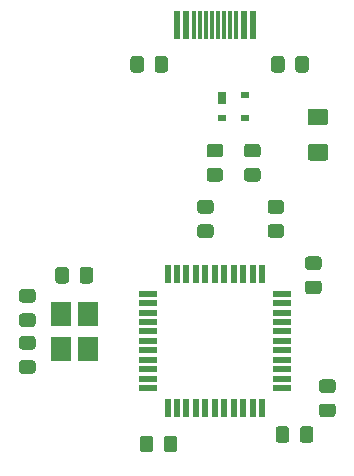
<source format=gbr>
G04 #@! TF.GenerationSoftware,KiCad,Pcbnew,(5.1.9)-1*
G04 #@! TF.CreationDate,2021-05-12T14:45:45+02:00*
G04 #@! TF.ProjectId,RotPad,526f7450-6164-42e6-9b69-6361645f7063,rev?*
G04 #@! TF.SameCoordinates,Original*
G04 #@! TF.FileFunction,Paste,Top*
G04 #@! TF.FilePolarity,Positive*
%FSLAX46Y46*%
G04 Gerber Fmt 4.6, Leading zero omitted, Abs format (unit mm)*
G04 Created by KiCad (PCBNEW (5.1.9)-1) date 2021-05-12 14:45:45*
%MOMM*%
%LPD*%
G01*
G04 APERTURE LIST*
%ADD10R,0.550000X1.500000*%
%ADD11R,1.500000X0.550000*%
%ADD12R,1.800000X2.100000*%
%ADD13R,0.700000X1.000000*%
%ADD14R,0.700000X0.600000*%
%ADD15R,0.300000X2.450000*%
%ADD16R,0.600000X2.450000*%
G04 APERTURE END LIST*
D10*
X83370000Y-75257400D03*
X82570000Y-75257400D03*
X81770000Y-75257400D03*
X80970000Y-75257400D03*
X80170000Y-75257400D03*
X79370000Y-75257400D03*
X78570000Y-75257400D03*
X77770000Y-75257400D03*
X76970000Y-75257400D03*
X76170000Y-75257400D03*
X75370000Y-75257400D03*
D11*
X73670000Y-76957400D03*
X73670000Y-77757400D03*
X73670000Y-78557400D03*
X73670000Y-79357400D03*
X73670000Y-80157400D03*
X73670000Y-80957400D03*
X73670000Y-81757400D03*
X73670000Y-82557400D03*
X73670000Y-83357400D03*
X73670000Y-84157400D03*
X73670000Y-84957400D03*
D10*
X75370000Y-86657400D03*
X76170000Y-86657400D03*
X76970000Y-86657400D03*
X77770000Y-86657400D03*
X78570000Y-86657400D03*
X79370000Y-86657400D03*
X80170000Y-86657400D03*
X80970000Y-86657400D03*
X81770000Y-86657400D03*
X82570000Y-86657400D03*
X83370000Y-86657400D03*
D11*
X85070000Y-84957400D03*
X85070000Y-84157400D03*
X85070000Y-83357400D03*
X85070000Y-82557400D03*
X85070000Y-81757400D03*
X85070000Y-80957400D03*
X85070000Y-80157400D03*
X85070000Y-79357400D03*
X85070000Y-78557400D03*
X85070000Y-77757400D03*
X85070000Y-76957400D03*
G36*
G01*
X63045999Y-78626300D02*
X63946001Y-78626300D01*
G75*
G02*
X64196000Y-78876299I0J-249999D01*
G01*
X64196000Y-79526301D01*
G75*
G02*
X63946001Y-79776300I-249999J0D01*
G01*
X63045999Y-79776300D01*
G75*
G02*
X62796000Y-79526301I0J249999D01*
G01*
X62796000Y-78876299D01*
G75*
G02*
X63045999Y-78626300I249999J0D01*
G01*
G37*
G36*
G01*
X63045999Y-76576300D02*
X63946001Y-76576300D01*
G75*
G02*
X64196000Y-76826299I0J-249999D01*
G01*
X64196000Y-77476301D01*
G75*
G02*
X63946001Y-77726300I-249999J0D01*
G01*
X63045999Y-77726300D01*
G75*
G02*
X62796000Y-77476301I0J249999D01*
G01*
X62796000Y-76826299D01*
G75*
G02*
X63045999Y-76576300I249999J0D01*
G01*
G37*
G36*
G01*
X79026301Y-72239300D02*
X78126299Y-72239300D01*
G75*
G02*
X77876300Y-71989301I0J249999D01*
G01*
X77876300Y-71339299D01*
G75*
G02*
X78126299Y-71089300I249999J0D01*
G01*
X79026301Y-71089300D01*
G75*
G02*
X79276300Y-71339299I0J-249999D01*
G01*
X79276300Y-71989301D01*
G75*
G02*
X79026301Y-72239300I-249999J0D01*
G01*
G37*
G36*
G01*
X79026301Y-70189300D02*
X78126299Y-70189300D01*
G75*
G02*
X77876300Y-69939301I0J249999D01*
G01*
X77876300Y-69289299D01*
G75*
G02*
X78126299Y-69039300I249999J0D01*
G01*
X79026301Y-69039300D01*
G75*
G02*
X79276300Y-69289299I0J-249999D01*
G01*
X79276300Y-69939301D01*
G75*
G02*
X79026301Y-70189300I-249999J0D01*
G01*
G37*
D12*
X66314500Y-78713700D03*
X66314500Y-81613700D03*
X68614500Y-81613700D03*
X68614500Y-78713700D03*
G36*
G01*
X63946001Y-83744800D02*
X63045999Y-83744800D01*
G75*
G02*
X62796000Y-83494801I0J249999D01*
G01*
X62796000Y-82844799D01*
G75*
G02*
X63045999Y-82594800I249999J0D01*
G01*
X63946001Y-82594800D01*
G75*
G02*
X64196000Y-82844799I0J-249999D01*
G01*
X64196000Y-83494801D01*
G75*
G02*
X63946001Y-83744800I-249999J0D01*
G01*
G37*
G36*
G01*
X63946001Y-81694800D02*
X63045999Y-81694800D01*
G75*
G02*
X62796000Y-81444801I0J249999D01*
G01*
X62796000Y-80794799D01*
G75*
G02*
X63045999Y-80544800I249999J0D01*
G01*
X63946001Y-80544800D01*
G75*
G02*
X64196000Y-80794799I0J-249999D01*
G01*
X64196000Y-81444801D01*
G75*
G02*
X63946001Y-81694800I-249999J0D01*
G01*
G37*
G36*
G01*
X74157800Y-89238099D02*
X74157800Y-90138101D01*
G75*
G02*
X73907801Y-90388100I-249999J0D01*
G01*
X73257799Y-90388100D01*
G75*
G02*
X73007800Y-90138101I0J249999D01*
G01*
X73007800Y-89238099D01*
G75*
G02*
X73257799Y-88988100I249999J0D01*
G01*
X73907801Y-88988100D01*
G75*
G02*
X74157800Y-89238099I0J-249999D01*
G01*
G37*
G36*
G01*
X76207800Y-89238099D02*
X76207800Y-90138101D01*
G75*
G02*
X75957801Y-90388100I-249999J0D01*
G01*
X75307799Y-90388100D01*
G75*
G02*
X75057800Y-90138101I0J249999D01*
G01*
X75057800Y-89238099D01*
G75*
G02*
X75307799Y-88988100I249999J0D01*
G01*
X75957801Y-88988100D01*
G75*
G02*
X76207800Y-89238099I0J-249999D01*
G01*
G37*
G36*
G01*
X87253849Y-75851500D02*
X88153851Y-75851500D01*
G75*
G02*
X88403850Y-76101499I0J-249999D01*
G01*
X88403850Y-76751501D01*
G75*
G02*
X88153851Y-77001500I-249999J0D01*
G01*
X87253849Y-77001500D01*
G75*
G02*
X87003850Y-76751501I0J249999D01*
G01*
X87003850Y-76101499D01*
G75*
G02*
X87253849Y-75851500I249999J0D01*
G01*
G37*
G36*
G01*
X87253849Y-73801500D02*
X88153851Y-73801500D01*
G75*
G02*
X88403850Y-74051499I0J-249999D01*
G01*
X88403850Y-74701501D01*
G75*
G02*
X88153851Y-74951500I-249999J0D01*
G01*
X87253849Y-74951500D01*
G75*
G02*
X87003850Y-74701501I0J249999D01*
G01*
X87003850Y-74051499D01*
G75*
G02*
X87253849Y-73801500I249999J0D01*
G01*
G37*
G36*
G01*
X67014500Y-74951499D02*
X67014500Y-75851501D01*
G75*
G02*
X66764501Y-76101500I-249999J0D01*
G01*
X66114499Y-76101500D01*
G75*
G02*
X65864500Y-75851501I0J249999D01*
G01*
X65864500Y-74951499D01*
G75*
G02*
X66114499Y-74701500I249999J0D01*
G01*
X66764501Y-74701500D01*
G75*
G02*
X67014500Y-74951499I0J-249999D01*
G01*
G37*
G36*
G01*
X69064500Y-74951499D02*
X69064500Y-75851501D01*
G75*
G02*
X68814501Y-76101500I-249999J0D01*
G01*
X68164499Y-76101500D01*
G75*
G02*
X67914500Y-75851501I0J249999D01*
G01*
X67914500Y-74951499D01*
G75*
G02*
X68164499Y-74701500I249999J0D01*
G01*
X68814501Y-74701500D01*
G75*
G02*
X69064500Y-74951499I0J-249999D01*
G01*
G37*
G36*
G01*
X84979051Y-72239300D02*
X84079049Y-72239300D01*
G75*
G02*
X83829050Y-71989301I0J249999D01*
G01*
X83829050Y-71339299D01*
G75*
G02*
X84079049Y-71089300I249999J0D01*
G01*
X84979051Y-71089300D01*
G75*
G02*
X85229050Y-71339299I0J-249999D01*
G01*
X85229050Y-71989301D01*
G75*
G02*
X84979051Y-72239300I-249999J0D01*
G01*
G37*
G36*
G01*
X84979051Y-70189300D02*
X84079049Y-70189300D01*
G75*
G02*
X83829050Y-69939301I0J249999D01*
G01*
X83829050Y-69289299D01*
G75*
G02*
X84079049Y-69039300I249999J0D01*
G01*
X84979051Y-69039300D01*
G75*
G02*
X85229050Y-69289299I0J-249999D01*
G01*
X85229050Y-69939301D01*
G75*
G02*
X84979051Y-70189300I-249999J0D01*
G01*
G37*
G36*
G01*
X89344401Y-85366450D02*
X88444399Y-85366450D01*
G75*
G02*
X88194400Y-85116451I0J249999D01*
G01*
X88194400Y-84466449D01*
G75*
G02*
X88444399Y-84216450I249999J0D01*
G01*
X89344401Y-84216450D01*
G75*
G02*
X89594400Y-84466449I0J-249999D01*
G01*
X89594400Y-85116451D01*
G75*
G02*
X89344401Y-85366450I-249999J0D01*
G01*
G37*
G36*
G01*
X89344401Y-87416450D02*
X88444399Y-87416450D01*
G75*
G02*
X88194400Y-87166451I0J249999D01*
G01*
X88194400Y-86516449D01*
G75*
G02*
X88444399Y-86266450I249999J0D01*
G01*
X89344401Y-86266450D01*
G75*
G02*
X89594400Y-86516449I0J-249999D01*
G01*
X89594400Y-87166451D01*
G75*
G02*
X89344401Y-87416450I-249999J0D01*
G01*
G37*
G36*
G01*
X87475700Y-64271000D02*
X88725700Y-64271000D01*
G75*
G02*
X88975700Y-64521000I0J-250000D01*
G01*
X88975700Y-65446000D01*
G75*
G02*
X88725700Y-65696000I-250000J0D01*
G01*
X87475700Y-65696000D01*
G75*
G02*
X87225700Y-65446000I0J250000D01*
G01*
X87225700Y-64521000D01*
G75*
G02*
X87475700Y-64271000I250000J0D01*
G01*
G37*
G36*
G01*
X87475700Y-61296000D02*
X88725700Y-61296000D01*
G75*
G02*
X88975700Y-61546000I0J-250000D01*
G01*
X88975700Y-62471000D01*
G75*
G02*
X88725700Y-62721000I-250000J0D01*
G01*
X87475700Y-62721000D01*
G75*
G02*
X87225700Y-62471000I0J250000D01*
G01*
X87225700Y-61546000D01*
G75*
G02*
X87475700Y-61296000I250000J0D01*
G01*
G37*
G36*
G01*
X85666450Y-88444399D02*
X85666450Y-89344401D01*
G75*
G02*
X85416451Y-89594400I-249999J0D01*
G01*
X84766449Y-89594400D01*
G75*
G02*
X84516450Y-89344401I0J249999D01*
G01*
X84516450Y-88444399D01*
G75*
G02*
X84766449Y-88194400I249999J0D01*
G01*
X85416451Y-88194400D01*
G75*
G02*
X85666450Y-88444399I0J-249999D01*
G01*
G37*
G36*
G01*
X87716450Y-88444399D02*
X87716450Y-89344401D01*
G75*
G02*
X87466451Y-89594400I-249999J0D01*
G01*
X86816449Y-89594400D01*
G75*
G02*
X86566450Y-89344401I0J249999D01*
G01*
X86566450Y-88444399D01*
G75*
G02*
X86816449Y-88194400I249999J0D01*
G01*
X87466451Y-88194400D01*
G75*
G02*
X87716450Y-88444399I0J-249999D01*
G01*
G37*
D13*
X79957400Y-60364900D03*
D14*
X81957400Y-60164900D03*
X79957400Y-62064900D03*
X81957400Y-62064900D03*
G36*
G01*
X82994801Y-67477100D02*
X82094799Y-67477100D01*
G75*
G02*
X81844800Y-67227101I0J249999D01*
G01*
X81844800Y-66577099D01*
G75*
G02*
X82094799Y-66327100I249999J0D01*
G01*
X82994801Y-66327100D01*
G75*
G02*
X83244800Y-66577099I0J-249999D01*
G01*
X83244800Y-67227101D01*
G75*
G02*
X82994801Y-67477100I-249999J0D01*
G01*
G37*
G36*
G01*
X82994801Y-65427100D02*
X82094799Y-65427100D01*
G75*
G02*
X81844800Y-65177101I0J249999D01*
G01*
X81844800Y-64527099D01*
G75*
G02*
X82094799Y-64277100I249999J0D01*
G01*
X82994801Y-64277100D01*
G75*
G02*
X83244800Y-64527099I0J-249999D01*
G01*
X83244800Y-65177101D01*
G75*
G02*
X82994801Y-65427100I-249999J0D01*
G01*
G37*
G36*
G01*
X79820001Y-65427100D02*
X78919999Y-65427100D01*
G75*
G02*
X78670000Y-65177101I0J249999D01*
G01*
X78670000Y-64527099D01*
G75*
G02*
X78919999Y-64277100I249999J0D01*
G01*
X79820001Y-64277100D01*
G75*
G02*
X80070000Y-64527099I0J-249999D01*
G01*
X80070000Y-65177101D01*
G75*
G02*
X79820001Y-65427100I-249999J0D01*
G01*
G37*
G36*
G01*
X79820001Y-67477100D02*
X78919999Y-67477100D01*
G75*
G02*
X78670000Y-67227101I0J249999D01*
G01*
X78670000Y-66577099D01*
G75*
G02*
X78919999Y-66327100I249999J0D01*
G01*
X79820001Y-66327100D01*
G75*
G02*
X80070000Y-66577099I0J-249999D01*
G01*
X80070000Y-67227101D01*
G75*
G02*
X79820001Y-67477100I-249999J0D01*
G01*
G37*
G36*
G01*
X73364100Y-57093249D02*
X73364100Y-57993251D01*
G75*
G02*
X73114101Y-58243250I-249999J0D01*
G01*
X72464099Y-58243250D01*
G75*
G02*
X72214100Y-57993251I0J249999D01*
G01*
X72214100Y-57093249D01*
G75*
G02*
X72464099Y-56843250I249999J0D01*
G01*
X73114101Y-56843250D01*
G75*
G02*
X73364100Y-57093249I0J-249999D01*
G01*
G37*
G36*
G01*
X75414100Y-57093249D02*
X75414100Y-57993251D01*
G75*
G02*
X75164101Y-58243250I-249999J0D01*
G01*
X74514099Y-58243250D01*
G75*
G02*
X74264100Y-57993251I0J249999D01*
G01*
X74264100Y-57093249D01*
G75*
G02*
X74514099Y-56843250I249999J0D01*
G01*
X75164101Y-56843250D01*
G75*
G02*
X75414100Y-57093249I0J-249999D01*
G01*
G37*
G36*
G01*
X84119600Y-57993251D02*
X84119600Y-57093249D01*
G75*
G02*
X84369599Y-56843250I249999J0D01*
G01*
X85019601Y-56843250D01*
G75*
G02*
X85269600Y-57093249I0J-249999D01*
G01*
X85269600Y-57993251D01*
G75*
G02*
X85019601Y-58243250I-249999J0D01*
G01*
X84369599Y-58243250D01*
G75*
G02*
X84119600Y-57993251I0J249999D01*
G01*
G37*
G36*
G01*
X86169600Y-57993251D02*
X86169600Y-57093249D01*
G75*
G02*
X86419599Y-56843250I249999J0D01*
G01*
X87069601Y-56843250D01*
G75*
G02*
X87319600Y-57093249I0J-249999D01*
G01*
X87319600Y-57993251D01*
G75*
G02*
X87069601Y-58243250I-249999J0D01*
G01*
X86419599Y-58243250D01*
G75*
G02*
X86169600Y-57993251I0J249999D01*
G01*
G37*
D15*
X79620000Y-54229600D03*
X79120000Y-54229600D03*
X78620000Y-54229600D03*
X80120000Y-54229600D03*
X78120000Y-54229600D03*
X80620000Y-54229600D03*
X77620000Y-54229600D03*
X81120000Y-54229600D03*
D16*
X81820000Y-54229600D03*
X76920000Y-54229600D03*
X82595000Y-54229600D03*
X76145000Y-54229600D03*
M02*

</source>
